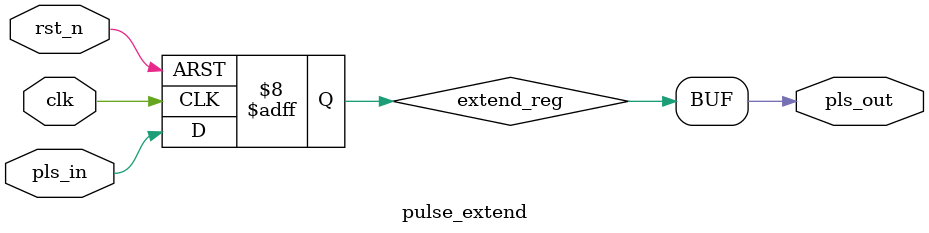
<source format=v>
/* Generic Pulse extender - Same clock domain */

module pulse_extend # ( parameter EXTLEN = 1 )
(                           
   input  wire  clk,
   input  wire  rst_n,
   input  wire  pls_in,
   output wire  pls_out
);

/* REG/WIRE declarations */
integer i;
reg [EXTLEN-1:0]  extend_reg;

/* Continuous Assignments */
assign pls_out = |extend_reg;

/* Cascade registers to specified extend length */
always @( posedge clk or negedge rst_n ) begin
  if ( !rst_n ) begin
      extend_reg <= 'd0;
  end else begin
    for ( i = 0; i < EXTLEN; i = i+1 ) begin
      if ( i == 0 ) begin
        extend_reg[i] <= pls_in;
      end else begin
        extend_reg[i] <= extend_reg[i-1];
      end
    end
  end
end

endmodule

</source>
